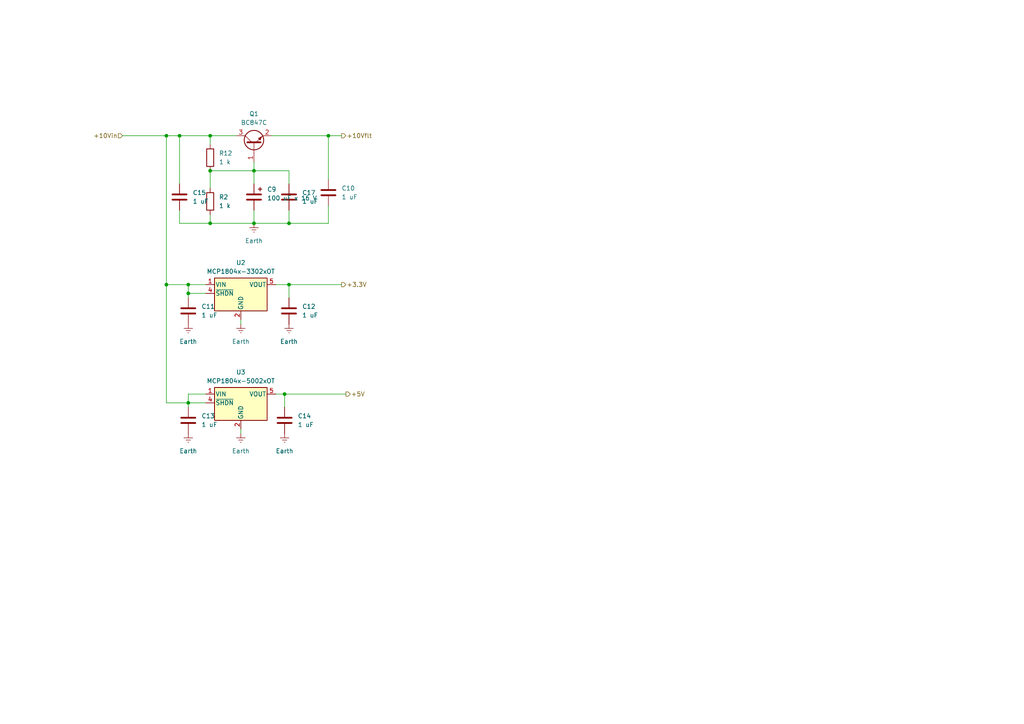
<source format=kicad_sch>
(kicad_sch (version 20250114) (generator "eeschema") (generator_version "9.0")
  (paper "A4")
  (lib_symbols
    (symbol "BJT:BC847" (pin_names (offset 0) (hide yes))
      (property "Reference" "Q" (at 5.08 1.27 0))
      (property "Value" "BC847C" (at 5.08 -1.27 0))
      (symbol "BC847_0_1"
        (polyline (pts (xy -2.54 0) (xy 0.635 0)))
        (polyline (pts (xy 0.635 1.905) (xy 0.635 -1.905)) (stroke (width 0.508)))
        (polyline (pts (xy 0.635 0.635) (xy 2.54 2.54)))
        (polyline (pts (xy 0.635 -0.635) (xy 2.54 -2.54)))
        (circle (center 1.27 0) (radius 2.8194) (stroke (width 0.254)))
        (polyline (pts (xy 1.27 -1.778) (xy 1.778 -1.27) (xy 2.286 -2.286) (xy 1.27 -1.778)) (fill (type outline)))
      )
      (symbol "BC847_1_1"
        (pin input line (at -5.08 0 0) (length 2.54) (name "B") (number "1"))
        (pin passive line (at 2.54 5.08 270) (length 2.54) (name "C") (number "3"))
        (pin passive line (at 2.54 -5.08 90) (length 2.54) (name "E") (number "2"))
      )
    )
    (symbol "Regulator_Linear:MCP1804x-3302xOT" (pin_names (offset 0.254))
      (property "Reference" "U" (at -6.35 5.715 0))
      (property "Value" "MCP1804x-3302xOT" (at 0 5.715 0))
      (symbol "MCP1804x-3302xOT_0_1"
        (rectangle (start -7.62 -5.08) (end 7.62 4.445) (stroke (width 0.254)) (fill (type background)))
      )
      (symbol "MCP1804x-3302xOT_1_1"
        (pin power_in line (at -10.16 2.54 0) (length 2.54) (name "VIN") (number "1"))
        (pin input line (at -10.16 0 0) (length 2.54) (name "~{SHDN}") (number "4"))
        (pin power_in line (at 0 -7.62 90) (length 2.54) (name "GND") (number "2"))
        (pin no_connect line (at 7.62 0 180) (length 2.54) (hide yes) (name "NC") (number "3"))
        (pin power_out line (at 10.16 2.54 180) (length 2.54) (name "VOUT") (number "5"))
      )
    )
    (symbol "Regulator_Linear:MCP1804x-5002xOT" (pin_names (offset 0.254))
      (property "Reference" "U" (at -6.35 5.715 0))
      (property "Value" "MCP1804x-5002xOT" (at 0 5.715 0))
      (symbol "MCP1804x-5002xOT_0_1"
        (rectangle (start -7.62 -5.08) (end 7.62 4.445) (stroke (width 0.254)) (fill (type background)))
      )
      (symbol "MCP1804x-5002xOT_1_1"
        (pin power_in line (at -10.16 2.54 0) (length 2.54) (name "VIN") (number "1"))
        (pin input line (at -10.16 0 0) (length 2.54) (name "~{SHDN}") (number "4"))
        (pin power_in line (at 0 -7.62 90) (length 2.54) (name "GND") (number "2"))
        (pin no_connect line (at 7.62 0 180) (length 2.54) (hide yes) (name "NC") (number "3"))
        (pin power_out line (at 10.16 2.54 180) (length 2.54) (name "VOUT") (number "5"))
      )
    )
    (symbol "passive:GCM188R71C105KA64D" (pin_numbers (hide yes)) (pin_names (offset 0.254))
      (property "Reference" "C" (at 0.635 2.54 0))
      (property "Value" "1 uF" (at 0.635 -2.54 0))
      (symbol "GCM188R71C105KA64D_0_1"
        (polyline (pts (xy -2.032 0.762) (xy 2.032 0.762)) (stroke (width 0.508)))
        (polyline (pts (xy -2.032 -0.762) (xy 2.032 -0.762)) (stroke (width 0.508)))
      )
      (symbol "GCM188R71C105KA64D_1_1"
        (pin passive line (at 0 3.81 270) (length 2.794) (name "~") (number "1"))
        (pin passive line (at 0 -3.81 90) (length 2.794) (name "~") (number "2"))
      )
    )
    (symbol "passive:RC0603JR-071K00L" (pin_numbers (hide yes)) (pin_names (offset 0))
      (property "Reference" "R" (at 2.032 0 90))
      (property "Value" "1 k" (at 0 0 90))
      (symbol "RC0603JR-071K00L_0_1"
        (rectangle (start -1.016 -2.54) (end 1.016 2.54) (stroke (width 0.254)))
      )
      (symbol "RC0603JR-071K00L_1_1"
        (pin passive line (at 0 3.81 270) (length 1.27) (name "~") (number "1"))
        (pin passive line (at 0 -3.81 90) (length 1.27) (name "~") (number "2"))
      )
    )
    (symbol "passive:UCD1C101MCL1GS" (pin_numbers (hide yes))
      (property "Reference" "C" (at 4.318 0 0))
      (property "Value" "100 uF x 16 V" (at 10.922 -1.778 0))
      (symbol "UCD1C101MCL1GS_0_1"
        (polyline (pts (xy -2.032 0.762) (xy 2.032 0.762)) (stroke (width 0.508)))
        (polyline (pts (xy -2.032 -0.762) (xy 2.032 -0.762)) (stroke (width 0.508)))
      )
      (symbol "UCD1C101MCL1GS_1_1"
        (polyline (pts (xy 1.27 2.286) (xy 2.286 2.286)) (stroke (width 0.254)))
        (polyline (pts (xy 1.778 2.794) (xy 1.778 1.778)) (stroke (width 0.254)))
        (pin passive line (at 0 3.81 270) (length 2.794) (name "~") (number "1"))
        (pin passive line (at 0 -3.81 90) (length 2.794) (name "~") (number "2"))
      )
    )
    (symbol "power:Earth" (power) (pin_numbers (hide yes)) (pin_names (offset 0) (hide yes))
      (property "Value" "Earth" (at 0 -3.81 0))
      (symbol "Earth_0_1"
        (polyline (pts (xy -0.635 -1.905) (xy 0.635 -1.905)))
        (polyline (pts (xy -0.127 -2.54) (xy 0.127 -2.54)))
        (polyline (pts (xy 0 -1.27) (xy 0 0)))
        (polyline (pts (xy 1.27 -1.27) (xy -1.27 -1.27)))
      )
      (symbol "Earth_1_1"
        (pin power_in line (at 0 0 270) (length 0) (name "~") (number "1"))
      )
    )
  )
  (junction (at 54.61 116.84))
  (junction (at 73.66 64.77))
  (junction (at 83.82 64.77))
  (junction (at 52.07 39.37))
  (junction (at 83.82 82.55))
  (junction (at 82.55 114.3))
  (junction (at 60.96 49.53))
  (junction (at 73.66 49.53))
  (junction (at 60.96 39.37))
  (junction (at 54.61 82.55))
  (junction (at 95.25 39.37))
  (junction (at 48.26 82.55))
  (junction (at 48.26 39.37))
  (junction (at 60.96 64.77))
  (junction (at 54.61 85.09))
  (wire (pts (xy 52.07 60.96) (xy 52.07 64.77)))
  (wire (pts (xy 95.25 64.77) (xy 83.82 64.77)))
  (wire (pts (xy 60.96 64.77) (xy 73.66 64.77)))
  (wire (pts (xy 59.69 85.09) (xy 54.61 85.09)))
  (wire (pts (xy 54.61 85.09) (xy 54.61 86.36)))
  (wire (pts (xy 48.26 82.55) (xy 48.26 116.84)))
  (wire (pts (xy 60.96 49.53) (xy 60.96 54.61)))
  (wire (pts (xy 60.96 39.37) (xy 68.58 39.37)))
  (wire (pts (xy 83.82 60.96) (xy 83.82 64.77)))
  (wire (pts (xy 59.69 116.84) (xy 54.61 116.84)))
  (wire (pts (xy 60.96 62.23) (xy 60.96 64.77)))
  (wire (pts (xy 82.55 114.3) (xy 100.33 114.3)))
  (wire (pts (xy 48.26 116.84) (xy 54.61 116.84)))
  (wire (pts (xy 83.82 64.77) (xy 73.66 64.77)))
  (wire (pts (xy 83.82 82.55) (xy 99.06 82.55)))
  (wire (pts (xy 95.25 39.37) (xy 99.06 39.37)))
  (wire (pts (xy 60.96 39.37) (xy 60.96 41.91)))
  (wire (pts (xy 54.61 82.55) (xy 59.69 82.55)))
  (wire (pts (xy 54.61 116.84) (xy 54.61 114.3)))
  (wire (pts (xy 95.25 39.37) (xy 95.25 52.07)))
  (wire (pts (xy 48.26 39.37) (xy 52.07 39.37)))
  (wire (pts (xy 95.25 59.69) (xy 95.25 64.77)))
  (wire (pts (xy 82.55 114.3) (xy 82.55 118.11)))
  (wire (pts (xy 52.07 39.37) (xy 60.96 39.37)))
  (wire (pts (xy 54.61 114.3) (xy 59.69 114.3)))
  (wire (pts (xy 54.61 116.84) (xy 54.61 118.11)))
  (wire (pts (xy 35.56 39.37) (xy 48.26 39.37)))
  (wire (pts (xy 83.82 82.55) (xy 83.82 86.36)))
  (wire (pts (xy 80.01 114.3) (xy 82.55 114.3)))
  (wire (pts (xy 80.01 82.55) (xy 83.82 82.55)))
  (wire (pts (xy 69.85 125.73) (xy 69.85 124.46)))
  (wire (pts (xy 83.82 49.53) (xy 73.66 49.53)))
  (wire (pts (xy 60.96 49.53) (xy 73.66 49.53)))
  (wire (pts (xy 73.66 60.96) (xy 73.66 64.77)))
  (wire (pts (xy 73.66 49.53) (xy 73.66 46.99)))
  (wire (pts (xy 73.66 49.53) (xy 73.66 53.34)))
  (wire (pts (xy 48.26 82.55) (xy 48.26 39.37)))
  (wire (pts (xy 69.85 93.98) (xy 69.85 92.71)))
  (wire (pts (xy 52.07 39.37) (xy 52.07 53.34)))
  (wire (pts (xy 83.82 53.34) (xy 83.82 49.53)))
  (wire (pts (xy 78.74 39.37) (xy 95.25 39.37)))
  (wire (pts (xy 48.26 82.55) (xy 54.61 82.55)))
  (wire (pts (xy 54.61 82.55) (xy 54.61 85.09)))
  (wire (pts (xy 52.07 64.77) (xy 60.96 64.77)))
  (hierarchical_label "+3.3V" (shape output) (at 99.06 82.55 0))
  (hierarchical_label "+10Vin" (shape input) (at 35.56 39.37 180))
  (hierarchical_label "+10Vflt" (shape output) (at 99.06 39.37 0))
  (hierarchical_label "+5V" (shape output) (at 100.33 114.3 0))
  (symbol (lib_id "passive:RC0603JR-071K00L") (at 60.96 58.42 0) (unit 1)
    (property "Reference" "R2" (at 63.5 57.1499 0) (effects (justify left)))
    (property "Value" "1 k" (at 63.5 59.6899 0) (effects (justify left)))
    (property "Footprint" "Resistor_SMD:R_0603_1608Metric" (effects (hide yes)))
    (property "Description" "Resistor" (effects (hide yes)))
    (property "Partnumber" "RC0603JR-071K00L" (effects (hide yes)))
  )
  (symbol (lib_id "passive:GCM188R71C105KA64D") (at 83.82 90.17 0) (unit 1)
    (property "Reference" "C12" (at 87.63 88.8999 0) (effects (justify left)))
    (property "Value" "1 uF" (at 87.63 91.4399 0) (effects (justify left)))
    (property "Footprint" "Capacitor_SMD:C_0603_1608Metric" (effects (hide yes)))
    (property "Datasheet" "https://pim.murata.com/asset/pim4/ceramicCapacitorSMD/GCM188R71C105KA64-04A-EN_PDF_CERAMICCAPACITORSMD" (effects (hide yes)))
    (property "Description" "1 µF ±10% 16V Ceramic Capacitor X7R 0603 (1608 Metric)" (effects (hide yes)))
    (property "Partnumber" "GCM188R71C105KA64D" (effects (hide yes)))
  )
  (symbol (lib_id "passive:GCM188R71C105KA64D") (at 95.25 55.88 0) (unit 1)
    (property "Reference" "C10" (at 99.06 54.6099 0) (effects (justify left)))
    (property "Value" "1 uF" (at 99.06 57.1499 0) (effects (justify left)))
    (property "Footprint" "Capacitor_SMD:C_0603_1608Metric" (effects (hide yes)))
    (property "Datasheet" "https://pim.murata.com/asset/pim4/ceramicCapacitorSMD/GCM188R71C105KA64-04A-EN_PDF_CERAMICCAPACITORSMD" (effects (hide yes)))
    (property "Description" "1 µF ±10% 16V Ceramic Capacitor X7R 0603 (1608 Metric)" (effects (hide yes)))
    (property "Partnumber" "GCM188R71C105KA64D" (effects (hide yes)))
  )
  (symbol (lib_id "passive:RC0603JR-071K00L") (at 60.96 45.72 0) (unit 1)
    (property "Reference" "R12" (at 63.5 44.4499 0) (effects (justify left)))
    (property "Value" "1 k" (at 63.5 46.9899 0) (effects (justify left)))
    (property "Footprint" "Resistor_SMD:R_0603_1608Metric" (effects (hide yes)))
    (property "Description" "Resistor" (effects (hide yes)))
    (property "Partnumber" "RC0603JR-071K00L" (effects (hide yes)))
  )
  (symbol (lib_id "passive:GCM188R71C105KA64D") (at 83.82 57.15 0) (unit 1)
    (property "Reference" "C17" (at 87.63 55.8799 0) (effects (justify left)))
    (property "Value" "1 uF" (at 87.63 58.4199 0) (effects (justify left)))
    (property "Footprint" "Capacitor_SMD:C_0603_1608Metric" (effects (hide yes)))
    (property "Datasheet" "https://pim.murata.com/asset/pim4/ceramicCapacitorSMD/GCM188R71C105KA64-04A-EN_PDF_CERAMICCAPACITORSMD" (effects (hide yes)))
    (property "Description" "1 µF ±10% 16V Ceramic Capacitor X7R 0603 (1608 Metric)" (effects (hide yes)))
    (property "Partnumber" "GCM188R71C105KA64D" (effects (hide yes)))
  )
  (symbol (lib_id "power:Earth") (at 54.61 93.98 0) (unit 1)
    (property "Reference" "#PWR014" (effects (hide yes)))
    (property "Value" "Earth" (at 54.61 99.06 0))
    (property "Description" "Power symbol creates a global label with name \"Earth\"" (effects (hide yes)))
  )
  (symbol (lib_id "power:Earth") (at 69.85 93.98 0) (unit 1)
    (property "Reference" "#PWR013" (effects (hide yes)))
    (property "Value" "Earth" (at 69.85 99.06 0))
    (property "Description" "Power symbol creates a global label with name \"Earth\"" (effects (hide yes)))
  )
  (symbol (lib_id "power:Earth") (at 69.85 125.73 0) (unit 1)
    (property "Reference" "#PWR017" (effects (hide yes)))
    (property "Value" "Earth" (at 69.85 130.81 0))
    (property "Description" "Power symbol creates a global label with name \"Earth\"" (effects (hide yes)))
  )
  (symbol (lib_id "power:Earth") (at 83.82 93.98 0) (unit 1)
    (property "Reference" "#PWR015" (effects (hide yes)))
    (property "Value" "Earth" (at 83.82 99.06 0))
    (property "Description" "Power symbol creates a global label with name \"Earth\"" (effects (hide yes)))
  )
  (symbol (lib_id "power:Earth") (at 73.66 64.77 0) (unit 1)
    (property "Reference" "#PWR01" (effects (hide yes)))
    (property "Value" "Earth" (at 73.66 69.85 0))
    (property "Description" "Power symbol creates a global label with name \"Earth\"" (effects (hide yes)))
  )
  (symbol (lib_id "power:Earth") (at 82.55 125.73 0) (unit 1)
    (property "Reference" "#PWR018" (effects (hide yes)))
    (property "Value" "Earth" (at 82.55 130.81 0))
    (property "Description" "Power symbol creates a global label with name \"Earth\"" (effects (hide yes)))
  )
  (symbol (lib_id "passive:GCM188R71C105KA64D") (at 52.07 57.15 0) (unit 1)
    (property "Reference" "C15" (at 55.88 55.8799 0) (effects (justify left)))
    (property "Value" "1 uF" (at 55.88 58.4199 0) (effects (justify left)))
    (property "Footprint" "Capacitor_SMD:C_0603_1608Metric" (effects (hide yes)))
    (property "Datasheet" "https://pim.murata.com/asset/pim4/ceramicCapacitorSMD/GCM188R71C105KA64-04A-EN_PDF_CERAMICCAPACITORSMD" (effects (hide yes)))
    (property "Description" "1 µF ±10% 16V Ceramic Capacitor X7R 0603 (1608 Metric)" (effects (hide yes)))
    (property "Partnumber" "GCM188R71C105KA64D" (effects (hide yes)))
  )
  (symbol (lib_id "passive:UCD1C101MCL1GS") (at 73.66 57.15 0) (unit 1)
    (property "Reference" "C9" (at 77.47 54.9274 0) (effects (justify left)))
    (property "Value" "100 uF x 16 V" (at 77.47 57.4674 0) (effects (justify left)))
    (property "Footprint" "Capacitor_SMD:CP_Elec_6.3x5.8" (effects (hide yes)))
    (property "Datasheet" "https://www.nichicon.co.jp/english/series_items/catalog_pdf/e-ucd.pdf" (effects (hide yes)))
    (property "Description" "100 µF 16 V Aluminum Electrolytic Capacitors Radial, Can - SMD 2000 Hrs @ 105°C" (effects (hide yes)))
    (property "Partnumber" "UCD1C101MCL1GS" (effects (hide yes)))
  )
  (symbol (lib_id "passive:GCM188R71C105KA64D") (at 82.55 121.92 0) (unit 1)
    (property "Reference" "C14" (at 86.36 120.6499 0) (effects (justify left)))
    (property "Value" "1 uF" (at 86.36 123.1899 0) (effects (justify left)))
    (property "Footprint" "Capacitor_SMD:C_0603_1608Metric" (effects (hide yes)))
    (property "Datasheet" "https://pim.murata.com/asset/pim4/ceramicCapacitorSMD/GCM188R71C105KA64-04A-EN_PDF_CERAMICCAPACITORSMD" (effects (hide yes)))
    (property "Description" "1 µF ±10% 16V Ceramic Capacitor X7R 0603 (1608 Metric)" (effects (hide yes)))
    (property "Partnumber" "GCM188R71C105KA64D" (effects (hide yes)))
  )
  (symbol (lib_id "Regulator_Linear:MCP1804x-5002xOT") (at 69.85 116.84 0) (unit 1)
    (property "Reference" "U3" (at 69.85 107.95 0))
    (property "Value" "MCP1804x-5002xOT" (at 69.85 110.49 0))
    (property "Footprint" "Package_TO_SOT_SMD:SOT-23-5" (effects (hide yes)))
    (property "Datasheet" "http://ww1.microchip.com/downloads/en/DeviceDoc/20002200D.pdf" (effects (hide yes)))
    (property "Description" "150mA, 28V LDO Regulator With Shutdown, 5.0V Fixed Output, SOT-23-5" (effects (hide yes)))
  )
  (symbol (lib_id "BJT:BC847") (at 73.66 41.91 90) (unit 1)
    (property "Reference" "Q1" (at 73.66 33.02 90))
    (property "Value" "BC847C" (at 73.66 35.56 90))
    (property "Footprint" "Package_TO_SOT_SMD:SOT-23" (effects (hide yes)))
    (property "Datasheet" "http://www.infineon.com/dgdl/Infineon-BC847SERIES_BC848SERIES_BC849SERIES_BC850SERIES-DS-v01_01-en.pdf?fileId=db3a304314dca389011541d4630a1657" (effects (hide yes)))
    (property "Description" "0.1A Ic, 45V Vce, NPN Transistor, SOT-23" (effects (hide yes)))
    (property "Partnumber" "BC847C" (effects (hide yes)))
  )
  (symbol (lib_id "passive:GCM188R71C105KA64D") (at 54.61 121.92 0) (unit 1)
    (property "Reference" "C13" (at 58.42 120.6499 0) (effects (justify left)))
    (property "Value" "1 uF" (at 58.42 123.1899 0) (effects (justify left)))
    (property "Footprint" "Capacitor_SMD:C_0603_1608Metric" (effects (hide yes)))
    (property "Datasheet" "https://pim.murata.com/asset/pim4/ceramicCapacitorSMD/GCM188R71C105KA64-04A-EN_PDF_CERAMICCAPACITORSMD" (effects (hide yes)))
    (property "Description" "1 µF ±10% 16V Ceramic Capacitor X7R 0603 (1608 Metric)" (effects (hide yes)))
    (property "Partnumber" "GCM188R71C105KA64D" (effects (hide yes)))
  )
  (symbol (lib_id "passive:GCM188R71C105KA64D") (at 54.61 90.17 0) (unit 1)
    (property "Reference" "C11" (at 58.42 88.8999 0) (effects (justify left)))
    (property "Value" "1 uF" (at 58.42 91.4399 0) (effects (justify left)))
    (property "Footprint" "Capacitor_SMD:C_0603_1608Metric" (effects (hide yes)))
    (property "Datasheet" "https://pim.murata.com/asset/pim4/ceramicCapacitorSMD/GCM188R71C105KA64-04A-EN_PDF_CERAMICCAPACITORSMD" (effects (hide yes)))
    (property "Description" "1 µF ±10% 16V Ceramic Capacitor X7R 0603 (1608 Metric)" (effects (hide yes)))
    (property "Partnumber" "GCM188R71C105KA64D" (effects (hide yes)))
  )
  (symbol (lib_id "power:Earth") (at 54.61 125.73 0) (unit 1)
    (property "Reference" "#PWR016" (effects (hide yes)))
    (property "Value" "Earth" (at 54.61 130.81 0))
    (property "Description" "Power symbol creates a global label with name \"Earth\"" (effects (hide yes)))
  )
  (symbol (lib_id "Regulator_Linear:MCP1804x-3302xOT") (at 69.85 85.09 0) (unit 1)
    (property "Reference" "U2" (at 69.85 76.2 0))
    (property "Value" "MCP1804x-3302xOT" (at 69.85 78.74 0))
    (property "Footprint" "Package_TO_SOT_SMD:SOT-23-5" (effects (hide yes)))
    (property "Datasheet" "http://ww1.microchip.com/downloads/en/DeviceDoc/20002200D.pdf" (effects (hide yes)))
    (property "Description" "150mA, 28V LDO Regulator With Shutdown, 3.3V Fixed Output, SOT-23-5" (effects (hide yes)))
  )
)
</source>
